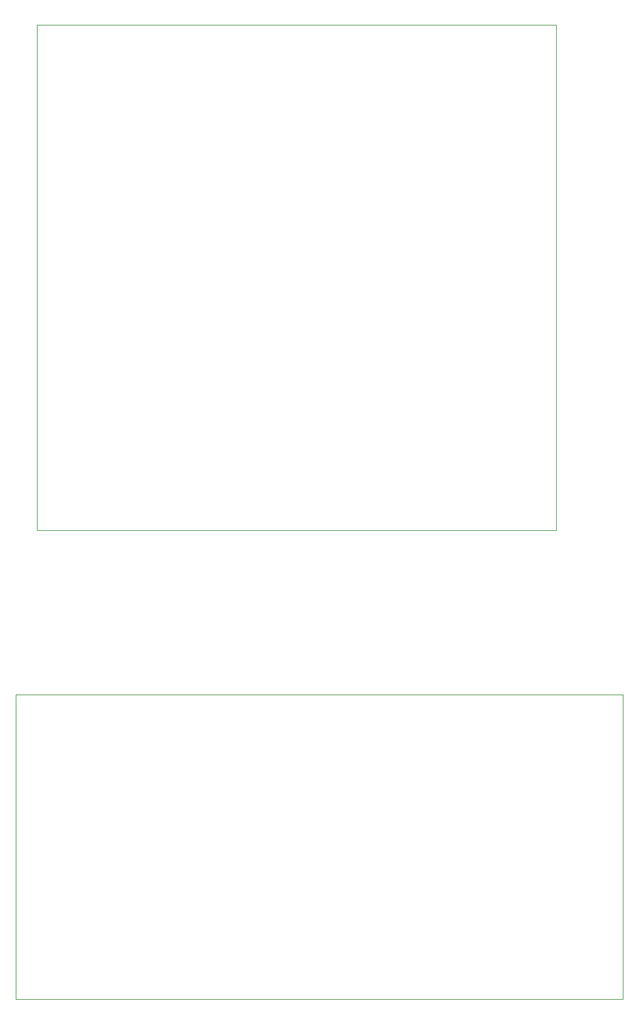
<source format=gbr>
G04 #@! TF.GenerationSoftware,KiCad,Pcbnew,5.1.5-1.fc30*
G04 #@! TF.CreationDate,2021-07-16T22:34:38+03:00*
G04 #@! TF.ProjectId,find-wire,66696e64-2d77-4697-9265-2e6b69636164,rev?*
G04 #@! TF.SameCoordinates,Original*
G04 #@! TF.FileFunction,Profile,NP*
%FSLAX46Y46*%
G04 Gerber Fmt 4.6, Leading zero omitted, Abs format (unit mm)*
G04 Created by KiCad (PCBNEW 5.1.5-1.fc30) date 2021-07-16 22:34:38*
%MOMM*%
%LPD*%
G04 APERTURE LIST*
%ADD10C,0.100000*%
G04 APERTURE END LIST*
D10*
X121000000Y-111500000D02*
X121000000Y-154000000D01*
X36250000Y-111500000D02*
X121000000Y-111500000D01*
X36250000Y-154000000D02*
X36250000Y-111500000D01*
X121000000Y-154000000D02*
X36250000Y-154000000D01*
X111750000Y-18000000D02*
X111750000Y-88500000D01*
X39250000Y-18000000D02*
X111750000Y-18000000D01*
X39250000Y-88500000D02*
X39250000Y-18000000D01*
X111750000Y-88500000D02*
X39250000Y-88500000D01*
M02*

</source>
